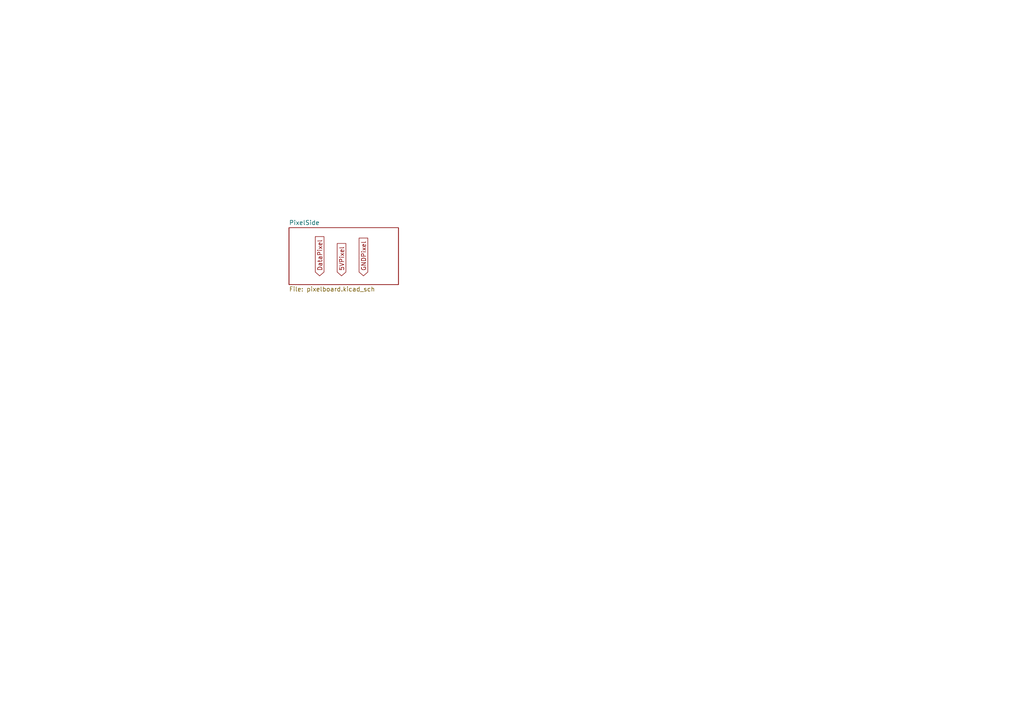
<source format=kicad_sch>
(kicad_sch (version 20211123) (generator eeschema)
  (paper "A4")
  (lib_symbols)
  (global_label "5VPixel" (shape input) (at 99.06 80.01 90) (property "Intersheet References" "${INTERSHEET_REFS}" (effects hide)))
  (global_label "GNDPixel" (shape input) (at 105.41 80.01 90) (property "Intersheet References" "${INTERSHEET_REFS}" (effects hide)))
  (global_label "DataPixel" (shape input) (at 92.71 80.01 90) (property "Intersheet References" "${INTERSHEET_REFS}" (effects hide)))
  (sheet (at 83.82 66.04) (size 31.75 16.51) (stroke (width 0.1524))
    (property "Sheet name" "PixelSide" (at 83.82 65.3284 0) (effects (justify left bottom)))
    (property "Sheet file" "pixelboard.kicad_sch" (at 83.82 83.1346 0) (effects (justify left top)))
  )
)
</source>
